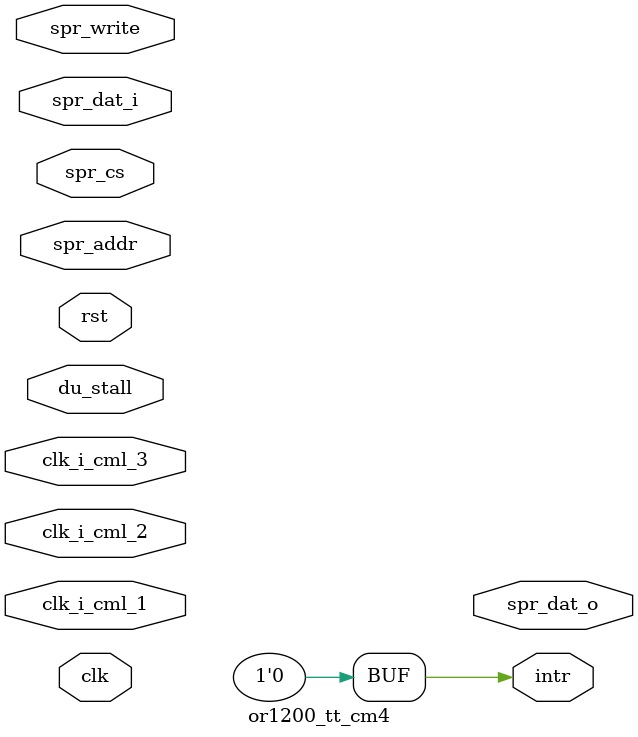
<source format=v>


// synopsys translate_off
`include "timescale.v"
// synopsys translate_on
`include "or1200_defines.v"

module or1200_tt_cm4(
		clk_i_cml_1,
		clk_i_cml_2,
		clk_i_cml_3,
		
	// RISC Internal Interface
	clk, rst, du_stall,
	spr_cs, spr_write, spr_addr, spr_dat_i, spr_dat_o,
	intr
);


input clk_i_cml_1;
input clk_i_cml_2;
input clk_i_cml_3;
reg  du_stall_cml_3;
reg  du_stall_cml_2;
reg  du_stall_cml_1;
reg  spr_write_cml_3;
reg  spr_write_cml_2;
reg  spr_write_cml_1;
reg [ 31 : 0 ] spr_addr_cml_3;
reg [ 31 : 0 ] spr_addr_cml_2;
reg [ 31 : 0 ] spr_addr_cml_1;
reg [ 31 : 0 ] spr_dat_i_cml_3;
reg [ 31 : 0 ] spr_dat_i_cml_2;
reg [ 31 : 0 ] spr_dat_i_cml_1;
reg [ 31 : 0 ] ttmr_cml_3;
reg [ 31 : 0 ] ttmr_cml_2;
reg [ 31 : 0 ] ttmr_cml_1;
reg [ 31 : 0 ] ttcr_cml_3;
reg [ 31 : 0 ] ttcr_cml_2;
reg [ 31 : 0 ] ttcr_cml_1;



//
// RISC Internal Interface
//
input		clk;		// Clock
input		rst;		// Reset
input		du_stall;	// DU stall
input		spr_cs;		// SPR CS
input		spr_write;	// SPR Write
input	[31:0]	spr_addr;	// SPR Address
input	[31:0]	spr_dat_i;	// SPR Write Data
output	[31:0]	spr_dat_o;	// SPR Read Data
output		intr;		// Interrupt output

`ifdef OR1200_TT_IMPLEMENTED

//
// TT Mode Register bits (or no register)
//
`ifdef OR1200_TT_TTMR
reg	[31:0]	ttmr;	// TTMR bits
`else
wire	[31:0]	ttmr;	// No TTMR register
`endif

//
// TT Count Register bits (or no register)
//
`ifdef OR1200_TT_TTCR
reg	[31:0]	ttcr;	// TTCR bits
`else
wire	[31:0]	ttcr;	// No TTCR register
`endif

//
// Internal wires & regs
//
wire		ttmr_sel;	// TTMR select
wire		ttcr_sel;	// TTCR select
wire		match;		// Asserted when TTMR[TP]
				// is equal to TTCR[27:0]
wire		restart;	// Restart counter when asserted
wire		stop;		// Stop counter when asserted
reg	[31:0] 	spr_dat_o;	// SPR data out

//
// TT registers address decoder
//

// SynEDA CoreMultiplier
// assignment(s): ttmr_sel
// replace(s): spr_addr
assign ttmr_sel = (spr_cs && (spr_addr_cml_3[`OR1200_TTOFS_BITS] == `OR1200_TT_OFS_TTMR)) ? 1'b1 : 1'b0;

// SynEDA CoreMultiplier
// assignment(s): ttcr_sel
// replace(s): spr_addr
assign ttcr_sel = (spr_cs && (spr_addr_cml_3[`OR1200_TTOFS_BITS] == `OR1200_TT_OFS_TTCR)) ? 1'b1 : 1'b0;

//
// Write to TTMR or update of TTMR[IP] bit
//
`ifdef OR1200_TT_TTMR

// SynEDA CoreMultiplier
// assignment(s): ttmr
// replace(s): spr_write, spr_dat_i, ttmr
always @(posedge clk or posedge rst)
	if (rst)
		ttmr <= 32'b0;
	else begin  ttmr <= ttmr_cml_3; if (ttmr_sel && spr_write_cml_3)
		ttmr <= #1 spr_dat_i_cml_3;
	else if (ttmr_cml_3[`OR1200_TT_TTMR_IE])
		ttmr[`OR1200_TT_TTMR_IP] <= #1 ttmr_cml_3[`OR1200_TT_TTMR_IP] | (match & ttmr_cml_3[`OR1200_TT_TTMR_IE]); end
`else
assign ttmr = {2'b11, 30'b0};	// TTMR[M] = 0x3
`endif

//
// Write to or increment of TTCR
//
`ifdef OR1200_TT_TTCR

// SynEDA CoreMultiplier
// assignment(s): ttcr
// replace(s): spr_write, spr_dat_i, ttcr
always @(posedge clk or posedge rst)
	if (rst)
		ttcr <= 32'b0;
	else begin  ttcr <= ttcr_cml_3; if (restart)
		ttcr <= #1 32'b0;
	else if (ttcr_sel && spr_write_cml_3)
		ttcr <= #1 spr_dat_i_cml_3;
	else if (!stop)
		ttcr <= #1 ttcr_cml_3 + 32'd1; end
`else
assign ttcr = 32'b0;
`endif

//
// Read TT registers
//

// SynEDA CoreMultiplier
// assignment(s): spr_dat_o
// replace(s): spr_addr, ttmr, ttcr
always @(spr_addr_cml_1 or ttmr_cml_1 or ttcr_cml_1)
	case (spr_addr_cml_1[`OR1200_TTOFS_BITS])	// synopsys parallel_case
`ifdef OR1200_TT_READREGS
		`OR1200_TT_OFS_TTMR: spr_dat_o = ttmr_cml_1;
`endif
		default: spr_dat_o = ttcr_cml_1;
	endcase

//
// A match when TTMR[TP] is equal to TTCR[27:0]
//

// SynEDA CoreMultiplier
// assignment(s): match
// replace(s): ttmr, ttcr
assign match = (ttmr_cml_3[`OR1200_TT_TTMR_TP] == ttcr_cml_3[27:0]) ? 1'b1 : 1'b0;

//
// Restart when match and TTMR[M]==0x1
//

// SynEDA CoreMultiplier
// assignment(s): restart
// replace(s): ttmr
assign restart = match && (ttmr_cml_3[`OR1200_TT_TTMR_M] == 2'b01);

//
// Stop when match and TTMR[M]==0x2 or when TTMR[M]==0x0 or when RISC is stalled by debug unit
//

// SynEDA CoreMultiplier
// assignment(s): stop
// replace(s): du_stall, ttmr
assign stop = match & (ttmr_cml_3[`OR1200_TT_TTMR_M] == 2'b10) | (ttmr_cml_3[`OR1200_TT_TTMR_M] == 2'b00) | du_stall_cml_3;

//
// Generate an interrupt request
//

// SynEDA CoreMultiplier
// assignment(s): intr
// replace(s): ttmr
assign intr = ttmr_cml_2[`OR1200_TT_TTMR_IP];

`else

//
// When TT is not implemented, drive all outputs as would when TT is disabled
//
assign intr = 1'b0;

//
// Read TT registers
//
`ifdef OR1200_TT_READREGS
assign spr_dat_o = 32'b0;
`endif

`endif


always @ (posedge clk_i_cml_1) begin
du_stall_cml_1 <= du_stall;
spr_write_cml_1 <= spr_write;
spr_addr_cml_1 <= spr_addr;
spr_dat_i_cml_1 <= spr_dat_i;
ttmr_cml_1 <= ttmr;
ttcr_cml_1 <= ttcr;
end
always @ (posedge clk_i_cml_2) begin
du_stall_cml_2 <= du_stall_cml_1;
spr_write_cml_2 <= spr_write_cml_1;
spr_addr_cml_2 <= spr_addr_cml_1;
spr_dat_i_cml_2 <= spr_dat_i_cml_1;
ttmr_cml_2 <= ttmr_cml_1;
ttcr_cml_2 <= ttcr_cml_1;
end
always @ (posedge clk_i_cml_3) begin
du_stall_cml_3 <= du_stall_cml_2;
spr_write_cml_3 <= spr_write_cml_2;
spr_addr_cml_3 <= spr_addr_cml_2;
spr_dat_i_cml_3 <= spr_dat_i_cml_2;
ttmr_cml_3 <= ttmr_cml_2;
ttcr_cml_3 <= ttcr_cml_2;
end
endmodule


</source>
